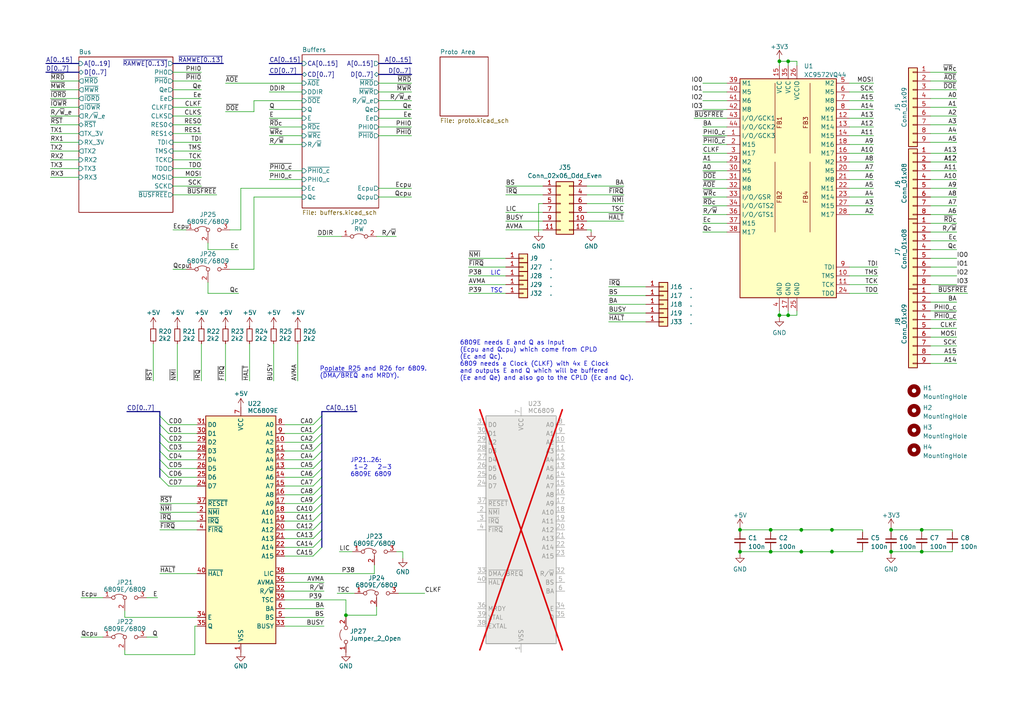
<source format=kicad_sch>
(kicad_sch (version 20230121) (generator eeschema)
  (paper "A4")
  (title_block (title "Unicomp v2 - 6502 6802 Board") (date "2023-06-29") (rev "v2") (company "100% Offner") (comment 1 "v2: Initial"))
  (junction (at 232.41 160.02))
  (junction (at 258.445 153.67))
  (junction (at 226.06 17.78))
  (junction (at 223.52 153.67))
  (junction (at 241.3 160.02))
  (junction (at 241.3 153.67))
  (junction (at 214.63 153.67))
  (junction (at 267.335 153.67))
  (junction (at 223.52 160.02))
  (junction (at 228.6 91.44))
  (junction (at 232.41 153.67))
  (junction (at 100.33 178.435))
  (junction (at 214.63 160.02))
  (junction (at 258.445 160.02))
  (junction (at 226.06 91.44))
  (junction (at 228.6 17.78))
  (junction (at 267.335 160.02))
  (bus_entry (at 93.345 123.19) (size -2.54 2.54))
  (bus_entry (at 93.345 151.13) (size -2.54 2.54))
  (bus_entry (at 46.355 128.27) (size 2.54 2.54))
  (bus_entry (at 93.345 130.81) (size -2.54 2.54))
  (bus_entry (at 46.355 123.19) (size 2.54 2.54))
  (bus_entry (at 93.345 146.05) (size -2.54 2.54))
  (bus_entry (at 46.355 120.65) (size 2.54 2.54))
  (bus_entry (at 93.345 156.21) (size -2.54 2.54))
  (bus_entry (at 93.345 128.27) (size -2.54 2.54))
  (bus_entry (at 93.345 153.67) (size -2.54 2.54))
  (bus_entry (at 46.355 138.43) (size 2.54 2.54))
  (bus_entry (at 93.345 143.51) (size -2.54 2.54))
  (bus_entry (at 93.345 120.65) (size -2.54 2.54))
  (bus_entry (at 93.345 138.43) (size -2.54 2.54))
  (bus_entry (at 46.355 130.81) (size 2.54 2.54))
  (bus_entry (at 46.355 135.89) (size 2.54 2.54))
  (bus_entry (at 93.345 125.73) (size -2.54 2.54))
  (bus_entry (at 93.345 133.35) (size -2.54 2.54))
  (bus_entry (at 46.355 133.35) (size 2.54 2.54))
  (bus_entry (at 93.345 148.59) (size -2.54 2.54))
  (bus_entry (at 93.345 140.97) (size -2.54 2.54))
  (bus_entry (at 93.345 135.89) (size -2.54 2.54))
  (bus_entry (at 46.355 125.73) (size 2.54 2.54))
  (bus_entry (at 93.345 158.75) (size -2.54 2.54))
  (bus (pts (xy 46.355 128.27) (xy 46.355 130.81)))
  (wire (pts (xy 269.875 41.275) (xy 277.495 41.275)))
  (wire (pts (xy 97.79 172.085) (xy 102.87 172.085)))
  (wire (pts (xy 241.3 159.385) (xy 241.3 160.02)))
  (wire (pts (xy 250.19 159.385) (xy 250.19 160.02)))
  (wire (pts (xy 60.325 70.485) (xy 60.325 72.39)))
  (wire (pts (xy 109.855 57.15) (xy 119.38 57.15)))
  (wire (pts (xy 203.835 24.13) (xy 210.82 24.13)))
  (wire (pts (xy 223.52 153.67) (xy 223.52 154.305)))
  (wire (pts (xy 82.55 179.07) (xy 93.98 179.07)))
  (wire (pts (xy 14.605 31.115) (xy 22.86 31.115)))
  (wire (pts (xy 269.875 69.85) (xy 277.495 69.85)))
  (wire (pts (xy 73.66 78.105) (xy 73.66 57.15)))
  (wire (pts (xy 46.355 151.13) (xy 57.15 151.13)))
  (bus (pts (xy 93.345 158.75) (xy 93.345 156.21)))
  (wire (pts (xy 246.38 26.67) (xy 253.365 26.67)))
  (wire (pts (xy 57.15 128.27) (xy 48.895 128.27)))
  (wire (pts (xy 50.165 43.815) (xy 58.42 43.815)))
  (wire (pts (xy 57.15 140.97) (xy 48.895 140.97)))
  (bus (pts (xy 50.165 18.415) (xy 64.77 18.415)))
  (wire (pts (xy 46.355 146.05) (xy 57.15 146.05)))
  (wire (pts (xy 269.875 54.61) (xy 277.495 54.61)))
  (wire (pts (xy 269.875 49.53) (xy 277.495 49.53)))
  (wire (pts (xy 170.18 59.055) (xy 180.975 59.055)))
  (bus (pts (xy 109.855 21.59) (xy 119.38 21.59)))
  (wire (pts (xy 176.53 93.345) (xy 187.325 93.345)))
  (wire (pts (xy 72.39 110.49) (xy 72.39 99.695)))
  (wire (pts (xy 42.545 184.785) (xy 45.72 184.785)))
  (bus (pts (xy 93.345 135.89) (xy 93.345 133.35)))
  (bus (pts (xy 46.355 133.35) (xy 46.355 135.89)))
  (wire (pts (xy 109.855 26.67) (xy 119.38 26.67)))
  (wire (pts (xy 82.55 176.53) (xy 93.98 176.53)))
  (wire (pts (xy 65.405 32.385) (xy 73.66 32.385)))
  (wire (pts (xy 171.45 67.31) (xy 171.45 66.675)))
  (wire (pts (xy 73.66 57.15) (xy 87.63 57.15)))
  (wire (pts (xy 269.875 26.035) (xy 277.495 26.035)))
  (wire (pts (xy 201.295 34.29) (xy 210.82 34.29)))
  (wire (pts (xy 66.675 66.675) (xy 69.85 66.675)))
  (wire (pts (xy 100.33 178.435) (xy 109.22 178.435)))
  (wire (pts (xy 269.875 38.735) (xy 277.495 38.735)))
  (wire (pts (xy 57.15 133.35) (xy 48.895 133.35)))
  (wire (pts (xy 50.165 36.195) (xy 58.42 36.195)))
  (wire (pts (xy 100.33 178.435) (xy 100.33 179.07)))
  (wire (pts (xy 214.63 160.655) (xy 214.63 160.02)))
  (wire (pts (xy 82.55 156.21) (xy 90.805 156.21)))
  (bus (pts (xy 46.355 120.65) (xy 46.355 123.19)))
  (wire (pts (xy 203.835 39.37) (xy 210.82 39.37)))
  (wire (pts (xy 23.495 173.355) (xy 29.845 173.355)))
  (wire (pts (xy 214.63 160.02) (xy 223.52 160.02)))
  (wire (pts (xy 269.875 74.93) (xy 277.495 74.93)))
  (wire (pts (xy 203.835 26.67) (xy 210.82 26.67)))
  (wire (pts (xy 146.685 85.09) (xy 135.89 85.09)))
  (wire (pts (xy 82.55 158.75) (xy 90.805 158.75)))
  (wire (pts (xy 60.325 85.09) (xy 60.325 81.915)))
  (wire (pts (xy 65.405 24.13) (xy 87.63 24.13)))
  (bus (pts (xy 93.345 128.27) (xy 93.345 125.73)))
  (wire (pts (xy 109.855 39.37) (xy 119.38 39.37)))
  (wire (pts (xy 50.165 20.955) (xy 58.42 20.955)))
  (wire (pts (xy 267.335 160.02) (xy 276.225 160.02)))
  (bus (pts (xy 93.345 138.43) (xy 93.345 135.89)))
  (wire (pts (xy 226.06 17.78) (xy 226.06 19.05)))
  (bus (pts (xy 109.855 18.415) (xy 119.38 18.415)))
  (wire (pts (xy 50.165 28.575) (xy 58.42 28.575)))
  (wire (pts (xy 146.685 64.135) (xy 157.48 64.135)))
  (wire (pts (xy 78.105 41.91) (xy 87.63 41.91)))
  (wire (pts (xy 82.55 123.19) (xy 90.805 123.19)))
  (wire (pts (xy 109.855 24.13) (xy 119.38 24.13)))
  (wire (pts (xy 250.19 153.67) (xy 250.19 154.305)))
  (wire (pts (xy 57.15 138.43) (xy 48.895 138.43)))
  (wire (pts (xy 232.41 160.02) (xy 241.3 160.02)))
  (wire (pts (xy 228.6 17.78) (xy 228.6 19.05)))
  (wire (pts (xy 170.18 61.595) (xy 180.975 61.595)))
  (wire (pts (xy 203.835 36.83) (xy 210.82 36.83)))
  (wire (pts (xy 258.445 153.67) (xy 267.335 153.67)))
  (wire (pts (xy 78.105 49.53) (xy 87.63 49.53)))
  (wire (pts (xy 269.875 52.07) (xy 277.495 52.07)))
  (wire (pts (xy 14.605 46.355) (xy 22.86 46.355)))
  (wire (pts (xy 92.075 68.58) (xy 99.06 68.58)))
  (wire (pts (xy 78.105 36.83) (xy 87.63 36.83)))
  (wire (pts (xy 269.875 102.87) (xy 277.495 102.87)))
  (bus (pts (xy 93.345 119.38) (xy 103.505 119.38)))
  (wire (pts (xy 269.875 57.15) (xy 277.495 57.15)))
  (wire (pts (xy 203.835 54.61) (xy 210.82 54.61)))
  (wire (pts (xy 246.38 59.69) (xy 253.365 59.69)))
  (wire (pts (xy 226.06 17.145) (xy 226.06 17.78)))
  (wire (pts (xy 50.165 51.435) (xy 58.42 51.435)))
  (wire (pts (xy 258.445 153.035) (xy 258.445 153.67)))
  (bus (pts (xy 93.345 130.81) (xy 93.345 128.27)))
  (wire (pts (xy 108.585 166.37) (xy 108.585 163.83)))
  (wire (pts (xy 36.195 179.07) (xy 57.15 179.07)))
  (wire (pts (xy 246.38 24.13) (xy 253.365 24.13)))
  (wire (pts (xy 23.495 184.785) (xy 29.845 184.785)))
  (wire (pts (xy 57.15 125.73) (xy 48.895 125.73)))
  (wire (pts (xy 36.195 177.165) (xy 36.195 179.07)))
  (wire (pts (xy 269.875 62.23) (xy 277.495 62.23)))
  (wire (pts (xy 203.835 59.69) (xy 210.82 59.69)))
  (wire (pts (xy 269.875 82.55) (xy 277.495 82.55)))
  (wire (pts (xy 258.445 153.67) (xy 258.445 154.305)))
  (bus (pts (xy 93.345 143.51) (xy 93.345 140.97)))
  (wire (pts (xy 56.515 181.61) (xy 57.15 181.61)))
  (wire (pts (xy 203.835 52.07) (xy 210.82 52.07)))
  (wire (pts (xy 14.605 41.275) (xy 22.86 41.275)))
  (wire (pts (xy 226.06 17.78) (xy 228.6 17.78)))
  (wire (pts (xy 267.335 159.385) (xy 267.335 160.02)))
  (wire (pts (xy 79.375 110.49) (xy 79.375 99.695)))
  (wire (pts (xy 232.41 153.67) (xy 232.41 154.305)))
  (wire (pts (xy 78.105 34.29) (xy 87.63 34.29)))
  (wire (pts (xy 82.55 130.81) (xy 90.805 130.81)))
  (wire (pts (xy 14.605 51.435) (xy 22.86 51.435)))
  (wire (pts (xy 176.53 90.805) (xy 187.325 90.805)))
  (wire (pts (xy 269.875 20.955) (xy 277.495 20.955)))
  (wire (pts (xy 203.835 57.15) (xy 210.82 57.15)))
  (wire (pts (xy 269.875 77.47) (xy 277.495 77.47)))
  (wire (pts (xy 214.63 153.035) (xy 214.63 153.67)))
  (wire (pts (xy 232.41 153.67) (xy 241.3 153.67)))
  (wire (pts (xy 50.165 66.675) (xy 53.975 66.675)))
  (wire (pts (xy 57.15 135.89) (xy 48.895 135.89)))
  (bus (pts (xy 93.345 153.67) (xy 93.345 151.13)))
  (wire (pts (xy 146.685 77.47) (xy 135.89 77.47)))
  (wire (pts (xy 246.38 34.29) (xy 253.365 34.29)))
  (wire (pts (xy 231.14 91.44) (xy 231.14 90.17)))
  (wire (pts (xy 246.38 39.37) (xy 253.365 39.37)))
  (wire (pts (xy 223.52 153.67) (xy 232.41 153.67)))
  (wire (pts (xy 269.875 28.575) (xy 277.495 28.575)))
  (wire (pts (xy 14.605 33.655) (xy 22.86 33.655)))
  (wire (pts (xy 82.55 128.27) (xy 90.805 128.27)))
  (wire (pts (xy 46.355 148.59) (xy 57.15 148.59)))
  (bus (pts (xy 93.345 123.19) (xy 93.345 120.65)))
  (wire (pts (xy 50.165 26.035) (xy 58.42 26.035)))
  (wire (pts (xy 228.6 91.44) (xy 231.14 91.44)))
  (wire (pts (xy 176.53 83.185) (xy 187.325 83.185)))
  (bus (pts (xy 22.86 18.415) (xy 13.335 18.415)))
  (wire (pts (xy 42.545 173.355) (xy 45.72 173.355)))
  (wire (pts (xy 269.875 33.655) (xy 277.495 33.655)))
  (wire (pts (xy 228.6 17.78) (xy 231.14 17.78)))
  (wire (pts (xy 269.875 87.63) (xy 277.495 87.63)))
  (wire (pts (xy 146.685 80.01) (xy 135.89 80.01)))
  (bus (pts (xy 36.83 119.38) (xy 46.355 119.38)))
  (wire (pts (xy 246.38 77.47) (xy 254.635 77.47)))
  (wire (pts (xy 109.855 34.29) (xy 119.38 34.29)))
  (wire (pts (xy 246.38 62.23) (xy 253.365 62.23)))
  (wire (pts (xy 232.41 159.385) (xy 232.41 160.02)))
  (wire (pts (xy 82.55 133.35) (xy 90.805 133.35)))
  (wire (pts (xy 228.6 91.44) (xy 228.6 90.17)))
  (wire (pts (xy 50.165 48.895) (xy 58.42 48.895)))
  (wire (pts (xy 170.18 56.515) (xy 180.975 56.515)))
  (wire (pts (xy 73.66 29.21) (xy 87.63 29.21)))
  (wire (pts (xy 57.15 123.19) (xy 48.895 123.19)))
  (wire (pts (xy 146.685 56.515) (xy 157.48 56.515)))
  (wire (pts (xy 50.165 33.655) (xy 58.42 33.655)))
  (wire (pts (xy 246.38 36.83) (xy 253.365 36.83)))
  (wire (pts (xy 82.55 140.97) (xy 90.805 140.97)))
  (wire (pts (xy 82.55 143.51) (xy 90.805 143.51)))
  (wire (pts (xy 109.22 178.435) (xy 109.22 175.895)))
  (wire (pts (xy 269.875 80.01) (xy 277.495 80.01)))
  (wire (pts (xy 269.875 31.115) (xy 277.495 31.115)))
  (wire (pts (xy 203.835 46.99) (xy 210.82 46.99)))
  (wire (pts (xy 176.53 85.725) (xy 187.325 85.725)))
  (wire (pts (xy 78.105 52.07) (xy 87.63 52.07)))
  (wire (pts (xy 82.55 148.59) (xy 90.805 148.59)))
  (wire (pts (xy 14.605 36.195) (xy 22.86 36.195)))
  (bus (pts (xy 46.355 130.81) (xy 46.355 133.35)))
  (bus (pts (xy 87.63 18.415) (xy 78.105 18.415)))
  (wire (pts (xy 82.55 168.91) (xy 93.98 168.91)))
  (wire (pts (xy 146.685 61.595) (xy 157.48 61.595)))
  (wire (pts (xy 241.3 153.67) (xy 241.3 154.305)))
  (wire (pts (xy 66.675 78.105) (xy 73.66 78.105)))
  (wire (pts (xy 50.165 41.275) (xy 58.42 41.275)))
  (wire (pts (xy 269.875 92.71) (xy 277.495 92.71)))
  (wire (pts (xy 226.06 91.44) (xy 228.6 91.44)))
  (bus (pts (xy 93.345 133.35) (xy 93.345 130.81)))
  (wire (pts (xy 269.875 67.31) (xy 277.495 67.31)))
  (wire (pts (xy 269.875 90.17) (xy 277.495 90.17)))
  (wire (pts (xy 226.06 90.17) (xy 226.06 91.44)))
  (wire (pts (xy 269.875 97.79) (xy 277.495 97.79)))
  (wire (pts (xy 156.21 59.055) (xy 157.48 59.055)))
  (bus (pts (xy 93.345 140.97) (xy 93.345 138.43)))
  (wire (pts (xy 223.52 159.385) (xy 223.52 160.02)))
  (bus (pts (xy 93.345 125.73) (xy 93.345 123.19)))
  (wire (pts (xy 203.835 64.77) (xy 210.82 64.77)))
  (wire (pts (xy 50.165 53.975) (xy 58.42 53.975)))
  (wire (pts (xy 100.33 173.99) (xy 100.33 178.435)))
  (wire (pts (xy 203.835 49.53) (xy 210.82 49.53)))
  (wire (pts (xy 58.42 110.49) (xy 58.42 99.695)))
  (wire (pts (xy 203.835 29.21) (xy 210.82 29.21)))
  (bus (pts (xy 46.355 135.89) (xy 46.355 138.43)))
  (wire (pts (xy 14.605 28.575) (xy 22.86 28.575)))
  (wire (pts (xy 246.38 29.21) (xy 253.365 29.21)))
  (wire (pts (xy 78.105 39.37) (xy 87.63 39.37)))
  (wire (pts (xy 246.38 49.53) (xy 253.365 49.53)))
  (wire (pts (xy 50.165 56.515) (xy 62.865 56.515)))
  (bus (pts (xy 46.355 119.38) (xy 46.355 120.65)))
  (bus (pts (xy 93.345 146.05) (xy 93.345 143.51)))
  (wire (pts (xy 246.38 31.75) (xy 253.365 31.75)))
  (wire (pts (xy 82.55 161.29) (xy 90.805 161.29)))
  (wire (pts (xy 203.835 41.91) (xy 210.82 41.91)))
  (wire (pts (xy 82.55 138.43) (xy 90.805 138.43)))
  (wire (pts (xy 223.52 160.02) (xy 232.41 160.02)))
  (wire (pts (xy 50.165 78.105) (xy 53.975 78.105)))
  (wire (pts (xy 50.165 38.735) (xy 58.42 38.735)))
  (wire (pts (xy 246.38 41.91) (xy 253.365 41.91)))
  (wire (pts (xy 44.45 110.49) (xy 44.45 99.695)))
  (wire (pts (xy 14.605 43.815) (xy 22.86 43.815)))
  (wire (pts (xy 269.875 36.195) (xy 277.495 36.195)))
  (wire (pts (xy 231.14 17.78) (xy 231.14 19.05)))
  (wire (pts (xy 109.855 54.61) (xy 119.38 54.61)))
  (wire (pts (xy 51.435 110.49) (xy 51.435 99.695)))
  (wire (pts (xy 203.835 67.31) (xy 210.82 67.31)))
  (wire (pts (xy 146.685 53.975) (xy 157.48 53.975)))
  (wire (pts (xy 14.605 38.735) (xy 22.86 38.735)))
  (wire (pts (xy 82.55 151.13) (xy 90.805 151.13)))
  (wire (pts (xy 82.55 171.45) (xy 93.98 171.45)))
  (wire (pts (xy 214.63 153.67) (xy 214.63 154.305)))
  (wire (pts (xy 109.855 29.21) (xy 119.38 29.21)))
  (wire (pts (xy 276.225 159.385) (xy 276.225 160.02)))
  (wire (pts (xy 14.605 23.495) (xy 22.86 23.495)))
  (wire (pts (xy 203.835 44.45) (xy 210.82 44.45)))
  (wire (pts (xy 65.405 110.49) (xy 65.405 99.695)))
  (wire (pts (xy 14.605 26.035) (xy 22.86 26.035)))
  (bus (pts (xy 87.63 21.59) (xy 78.105 21.59)))
  (wire (pts (xy 69.85 66.675) (xy 69.85 54.61)))
  (wire (pts (xy 86.36 110.49) (xy 86.36 99.695)))
  (wire (pts (xy 46.355 153.67) (xy 57.15 153.67)))
  (wire (pts (xy 69.215 85.09) (xy 60.325 85.09)))
  (wire (pts (xy 226.06 91.44) (xy 226.06 92.075)))
  (bus (pts (xy 93.345 120.65) (xy 93.345 119.38)))
  (wire (pts (xy 82.55 166.37) (xy 108.585 166.37)))
  (wire (pts (xy 203.835 62.23) (xy 210.82 62.23)))
  (wire (pts (xy 269.875 59.69) (xy 277.495 59.69)))
  (wire (pts (xy 146.685 74.93) (xy 135.89 74.93)))
  (wire (pts (xy 56.515 189.865) (xy 56.515 181.61)))
  (wire (pts (xy 78.105 26.67) (xy 87.63 26.67)))
  (wire (pts (xy 258.445 160.02) (xy 267.335 160.02)))
  (bus (pts (xy 93.345 148.59) (xy 93.345 146.05)))
  (bus (pts (xy 93.345 151.13) (xy 93.345 148.59)))
  (wire (pts (xy 203.835 31.75) (xy 210.82 31.75)))
  (wire (pts (xy 156.21 59.055) (xy 156.21 67.31)))
  (wire (pts (xy 269.875 85.09) (xy 280.67 85.09)))
  (wire (pts (xy 246.38 52.07) (xy 253.365 52.07)))
  (wire (pts (xy 269.875 100.33) (xy 277.495 100.33)))
  (wire (pts (xy 246.38 44.45) (xy 253.365 44.45)))
  (wire (pts (xy 267.335 153.67) (xy 267.335 154.305)))
  (wire (pts (xy 60.325 72.39) (xy 69.215 72.39)))
  (wire (pts (xy 269.875 23.495) (xy 277.495 23.495)))
  (wire (pts (xy 114.935 160.02) (xy 116.84 160.02)))
  (wire (pts (xy 246.38 54.61) (xy 253.365 54.61)))
  (wire (pts (xy 36.195 189.865) (xy 56.515 189.865)))
  (wire (pts (xy 246.38 85.09) (xy 254.635 85.09)))
  (wire (pts (xy 98.425 160.02) (xy 102.235 160.02)))
  (wire (pts (xy 109.855 36.83) (xy 119.38 36.83)))
  (wire (pts (xy 269.875 46.99) (xy 277.495 46.99)))
  (wire (pts (xy 269.875 72.39) (xy 277.495 72.39)))
  (wire (pts (xy 50.165 23.495) (xy 58.42 23.495)))
  (wire (pts (xy 82.55 173.99) (xy 100.33 173.99)))
  (wire (pts (xy 269.875 95.25) (xy 277.495 95.25)))
  (wire (pts (xy 69.85 54.61) (xy 87.63 54.61)))
  (wire (pts (xy 82.55 146.05) (xy 90.805 146.05)))
  (wire (pts (xy 176.53 88.265) (xy 187.325 88.265)))
  (wire (pts (xy 82.55 125.73) (xy 90.805 125.73)))
  (bus (pts (xy 22.86 20.955) (xy 13.335 20.955)))
  (wire (pts (xy 109.855 31.75) (xy 119.38 31.75)))
  (wire (pts (xy 116.84 160.02) (xy 116.84 161.925)))
  (wire (pts (xy 241.3 160.02) (xy 250.19 160.02)))
  (wire (pts (xy 36.195 188.595) (xy 36.195 189.865)))
  (wire (pts (xy 157.48 66.675) (xy 146.685 66.675)))
  (wire (pts (xy 246.38 46.99) (xy 253.365 46.99)))
  (wire (pts (xy 269.875 64.77) (xy 277.495 64.77)))
  (wire (pts (xy 50.165 46.355) (xy 58.42 46.355)))
  (wire (pts (xy 170.18 64.135) (xy 180.975 64.135)))
  (wire (pts (xy 50.165 31.115) (xy 58.42 31.115)))
  (wire (pts (xy 180.975 53.975) (xy 170.18 53.975)))
  (wire (pts (xy 171.45 66.675) (xy 170.18 66.675)))
  (wire (pts (xy 214.63 160.02) (xy 214.63 159.385)))
  (wire (pts (xy 258.445 159.385) (xy 258.445 160.02)))
  (wire (pts (xy 109.22 68.58) (xy 114.935 68.58)))
  (wire (pts (xy 258.445 160.02) (xy 258.445 160.655)))
  (wire (pts (xy 73.66 32.385) (xy 73.66 29.21)))
  (wire (pts (xy 276.225 153.67) (xy 276.225 154.305)))
  (wire (pts (xy 214.63 153.67) (xy 223.52 153.67)))
  (wire (pts (xy 267.335 153.67) (xy 276.225 153.67)))
  (bus (pts (xy 46.355 123.19) (xy 46.355 125.73)))
  (bus (pts (xy 93.345 156.21) (xy 93.345 153.67)))
  (wire (pts (xy 246.38 80.01) (xy 254.635 80.01)))
  (wire (pts (xy 246.38 82.55) (xy 254.635 82.55)))
  (wire (pts (xy 14.605 48.895) (xy 22.86 48.895)))
  (wire (pts (xy 269.875 105.41) (xy 277.495 105.41)))
  (wire (pts (xy 46.355 166.37) (xy 57.15 166.37)))
  (wire (pts (xy 269.875 44.45) (xy 277.495 44.45)))
  (wire (pts (xy 57.15 130.81) (xy 48.895 130.81)))
  (wire (pts (xy 241.3 153.67) (xy 250.19 153.67)))
  (wire (pts (xy 82.55 181.61) (xy 93.98 181.61)))
  (wire (pts (xy 246.38 57.15) (xy 253.365 57.15)))
  (wire (pts (xy 82.55 135.89) (xy 90.805 135.89)))
  (wire (pts (xy 115.57 172.085) (xy 123.19 172.085)))
  (wire (pts (xy 146.685 82.55) (xy 135.89 82.55)))
  (wire (pts (xy 78.105 31.75) (xy 87.63 31.75)))
  (bus (pts (xy 46.355 125.73) (xy 46.355 128.27)))
  (wire (pts (xy 82.55 153.67) (xy 90.805 153.67)))
  (text "Poplate R25 and R26 for 6809.\n(~{DMA/BREQ} and MRDY)." (at 92.71 109.855 0) (effects (font (size 1.27 1.27)) (justify left bottom)))
  (text "LIC" (at 142.24 80.01 0) (effects (font (size 1.27 1.27)) (justify left bottom)))
  (text "6809E needs E and Q as Input\n(Ecpu and Qcpu) which come from CPLD\n(Ec and Qc).\n6809 needs a Clock (CLKF) with 4x E Clock\nand outputs E and Q which will be buffered\n(Ee and Qe) and also go to the CPLD (Ec and Qc)." (at 133.35 110.49 0) (effects (font (size 1.27 1.27)) (justify left bottom)))
  (text "TSC" (at 142.24 85.09 0) (effects (font (size 1.27 1.27)) (justify left bottom)))
  (text "JP21..26:\n 1-2   2-3\n6809E 6809" (at 101.6 138.43 0) (effects (font (size 1.27 1.27)) (justify left bottom)))
  (label "CD3" (at 48.895 130.81 0))
  (label "CA7" (at 90.805 140.97 180))
  (label "~{IOWR}" (at 14.605 31.115 0))
  (label "~{PHI0}" (at 119.38 39.37 180))
  (label "TSC" (at 97.79 172.085 0))
  (label "A9" (at 253.365 41.91 180))
  (label "A5" (at 253.365 54.61 180))
  (label "A14" (at 277.495 105.41 180))
  (label "~{DOE}" (at 203.835 52.07 0))
  (label "Qcpu" (at 50.165 78.105 0))
  (label "CA14" (at 90.805 158.75 180))
  (label "CA11" (at 90.805 151.13 180))
  (label "~{WR}c" (at 203.835 57.15 0))
  (label "E" (at 78.105 34.29 0))
  (label "~{IRQ}" (at 176.53 83.185 0))
  (label "BS" (at 93.98 179.07 180))
  (label "~{NMI}" (at 135.89 74.93 0))
  (label "Ee" (at 58.42 28.575 180))
  (label "PHI0_c" (at 277.495 90.17 180))
  (label "AVMA" (at 146.685 66.675 0))
  (label "A1" (at 277.495 31.115 180))
  (label "R{slash}~{W}" (at 203.835 62.23 0))
  (label "TCK" (at 254.635 82.55 180))
  (label "A11" (at 253.365 39.37 180))
  (label "~{MWR}" (at 119.38 26.67 180))
  (label "~{FIRQ}" (at 46.355 153.67 0))
  (label "Ecpu" (at 119.38 54.61 180))
  (label "BA" (at 93.98 176.53 180))
  (label "~{DOE}" (at 277.495 26.035 180))
  (label "~{PHI0_c}" (at 277.495 92.71 180))
  (label "BA" (at 277.495 87.63 180))
  (label "Qcpu" (at 23.495 184.785 0))
  (label "TX2" (at 14.605 43.815 0))
  (label "A10" (at 253.365 44.45 180))
  (label "CA5" (at 90.805 135.89 180))
  (label "TX3" (at 14.605 48.895 0))
  (label "~{HALT}" (at 180.975 64.135 180))
  (label "~{HALT}" (at 176.53 93.345 0))
  (label "CLKS" (at 58.42 33.655 180))
  (label "A13" (at 253.365 34.29 180))
  (label "SCK" (at 277.495 100.33 180))
  (label "SCK" (at 58.42 53.975 180))
  (label "~{RST}" (at 44.45 110.49 90))
  (label "TDO" (at 254.635 85.09 180))
  (label "CA3" (at 90.805 130.81 180))
  (label "R{slash}~{W}" (at 78.105 41.91 0))
  (label "PHI0_c" (at 78.105 52.07 0))
  (label "A5" (at 277.495 41.275 180))
  (label "A0" (at 203.835 49.53 0))
  (label "P38" (at 135.89 80.01 0))
  (label "~{IRQ}" (at 58.42 110.49 90))
  (label "BUSY" (at 146.685 64.135 0))
  (label "A12" (at 253.365 36.83 180))
  (label "R{slash}~{W}_e" (at 119.38 29.21 180))
  (label "~{WR}c" (at 277.495 20.955 180))
  (label "CA10" (at 90.805 148.59 180))
  (label "CD6" (at 48.895 138.43 0))
  (label "LIC" (at 146.685 61.595 0))
  (label "A10" (at 277.495 52.07 180))
  (label "Q" (at 78.105 31.75 0))
  (label "A15" (at 253.365 29.21 180))
  (label "BS" (at 176.53 85.725 0))
  (label "DDIR" (at 78.105 26.67 0))
  (label "~{BUSFREE}" (at 280.67 85.09 180))
  (label "~{FIRQ}" (at 135.89 77.47 0))
  (label "TDI" (at 58.42 41.275 180))
  (label "~{IRQ}" (at 46.355 151.13 0))
  (label "~{RST}" (at 14.605 36.195 0))
  (label "CA4" (at 90.805 133.35 180))
  (label "R{slash}~{W}_e" (at 14.605 33.655 0))
  (label "CLKF" (at 58.42 31.115 180))
  (label "CA15" (at 90.805 161.29 180))
  (label "AVMA" (at 86.36 110.49 90))
  (label "~{BUSFREE}" (at 62.865 56.515 180))
  (label "CA[0..15]" (at 103.505 119.38 180))
  (label "IO1" (at 203.835 26.67 180))
  (label "~{BUSFREE}" (at 201.295 34.29 0))
  (label "CLKF" (at 123.19 172.085 0))
  (label "SCK" (at 253.365 26.67 180))
  (label "~{IORD}" (at 14.605 28.575 0))
  (label "CA9" (at 90.805 146.05 180))
  (label "A9" (at 277.495 54.61 180))
  (label "~{RAMWE[0..13]}" (at 64.77 18.415 180))
  (label "~{MRD}" (at 119.38 24.13 180))
  (label "~{NMI}" (at 180.975 59.055 180))
  (label "A15" (at 277.495 102.87 180))
  (label "RX3" (at 14.605 51.435 0))
  (label "BS" (at 146.685 53.975 0))
  (label "CD4" (at 48.895 133.35 0))
  (label "RES1" (at 58.42 38.735 180))
  (label "IO3" (at 277.495 82.55 0))
  (label "CA2" (at 90.805 128.27 180))
  (label "A3" (at 253.365 59.69 180))
  (label "CLKF" (at 203.835 44.45 0))
  (label "DDIR" (at 92.075 68.58 0))
  (label "Qcpu" (at 119.38 57.15 180))
  (label "TDO" (at 58.42 48.895 180))
  (label "MOSI" (at 58.42 51.435 180))
  (label "PHI0_c" (at 203.835 39.37 0))
  (label "AVMA" (at 93.98 168.91 180))
  (label "~{RD}c" (at 78.105 36.83 0))
  (label "CA[0..15]" (at 78.105 18.415 0))
  (label "Ecpu" (at 50.165 66.675 0))
  (label "Ec" (at 277.495 69.85 180))
  (label "RES0" (at 58.42 36.195 180))
  (label "IO1" (at 277.495 77.47 0))
  (label "CA1" (at 90.805 125.73 180))
  (label "CD5" (at 48.895 135.89 0))
  (label "Q" (at 45.72 184.785 180))
  (label "IO3" (at 203.835 31.75 180))
  (label "PHI0" (at 119.38 36.83 180))
  (label "CD7" (at 48.895 140.97 0))
  (label "~{DOE}" (at 65.405 32.385 0))
  (label "CD[0..7]" (at 78.105 21.59 0))
  (label "IO0" (at 203.835 24.13 180))
  (label "PHI0" (at 58.42 20.955 180))
  (label "TMS" (at 58.42 43.815 180))
  (label "MOSI" (at 277.495 97.79 180))
  (label "CA0" (at 90.805 123.19 180))
  (label "D[0..7]" (at 13.335 20.955 0))
  (label "CA8" (at 90.805 143.51 180))
  (label "RX1" (at 14.605 41.275 0))
  (label "A13" (at 277.495 44.45 180))
  (label "A14" (at 253.365 31.75 180))
  (label "Ee" (at 119.38 34.29 180))
  (label "~{MWR}" (at 14.605 26.035 0))
  (label "RX2" (at 14.605 46.355 0))
  (label "TDI" (at 254.635 77.47 180))
  (label "CD1" (at 48.895 125.73 0))
  (label "R{slash}~{W}" (at 277.495 67.31 180))
  (label "A2" (at 253.365 62.23 180))
  (label "CD[0..7]" (at 36.83 119.38 0))
  (label "P39" (at 135.89 85.09 0))
  (label "TX1" (at 14.605 38.735 0))
  (label "CLKF" (at 277.495 95.25 180))
  (label "A8" (at 253.365 46.99 180))
  (label "A0" (at 277.495 28.575 180))
  (label "~{RD}c" (at 277.495 64.77 180))
  (label "A12" (at 277.495 46.99 180))
  (label "Ec" (at 69.215 72.39 180))
  (label "Ec" (at 203.835 64.77 0))
  (label "A8" (at 277.495 57.15 180))
  (label "TSC" (at 180.975 61.595 180))
  (label "~{NMI}" (at 51.435 110.49 90))
  (label "IO0" (at 277.495 74.93 0))
  (label "IO2" (at 203.835 29.21 180))
  (label "~{HALT}" (at 46.355 166.37 0))
  (label "R{slash}~{W}" (at 114.935 68.58 180))
  (label "A6" (at 253.365 52.07 180))
  (label "~{NMI}" (at 46.355 148.59 0))
  (label "A6" (at 277.495 62.23 180))
  (label "Qe" (at 119.38 31.75 180))
  (label "BA" (at 176.53 88.265 0))
  (label "R{slash}~{W}" (at 93.98 171.45 180))
  (label "TMS" (at 254.635 80.01 180))
  (label "~{PHI0_c}" (at 203.835 41.91 0))
  (label "LIC" (at 98.425 160.02 0))
  (label "P38" (at 99.06 166.37 0))
  (label "P39" (at 89.535 173.99 0))
  (label "CA12" (at 90.805 153.67 180))
  (label "~{FIRQ}" (at 65.405 110.49 90))
  (label "~{FIRQ}" (at 180.975 56.515 180))
  (label "A[0..15]" (at 13.335 18.415 0))
  (label "CA6" (at 90.805 138.43 180))
  (label "A12" (at 277.495 46.99 180))
  (label "~{AOE}" (at 203.835 54.61 0))
  (label "~{PHI0_c}" (at 78.105 49.53 0))
  (label "~{MRD}" (at 14.605 23.495 0))
  (label "Qc" (at 277.495 72.39 180))
  (label "BA" (at 203.835 36.83 0))
  (label "~{AOE}" (at 277.495 23.495 180))
  (label "~{RD}c" (at 203.835 59.69 0))
  (label "Ecpu" (at 23.495 173.355 0))
  (label "A4" (at 253.365 57.15 180))
  (label "BUSY" (at 93.98 181.61 180))
  (label "BA" (at 180.975 53.975 180))
  (label "A4" (at 277.495 38.735 180))
  (label "A11" (at 277.495 49.53 180))
  (label "~{AOE}" (at 65.405 24.13 0))
  (label "A3" (at 277.495 36.195 180))
  (label "BUSY" (at 79.375 110.49 90))
  (label "BUSY" (at 176.53 90.805 0))
  (label "Qc" (at 203.835 67.31 0))
  (label "A7" (at 277.495 59.69 180))
  (label "CA13" (at 90.805 156.21 180))
  (label "IO2" (at 277.495 80.01 0))
  (label "~{IRQ}" (at 146.685 56.515 0))
  (label "CD0" (at 48.895 123.19 0))
  (label "CD2" (at 48.895 128.27 0))
  (label "MOSI" (at 253.365 24.13 180))
  (label "Qc" (at 69.215 85.09 180))
  (label "AVMA" (at 135.89 82.55 0))
  (label "D[0..7]" (at 119.38 21.59 180))
  (label "~{WR}c" (at 78.105 39.37 0))
  (label "A7" (at 253.365 49.53 180))
  (label "E" (at 45.72 173.355 180))
  (label "~{HALT}" (at 72.39 110.49 90))
  (label "TCK" (at 58.42 46.355 180))
  (label "A2" (at 277.495 33.655 180))
  (label "A[0..15]" (at 119.38 18.415 180))
  (label "~{RST}" (at 46.355 146.05 0))
  (label "A1" (at 203.835 46.99 0))
  (label "Qe" (at 58.42 26.035 180))
  (label "~{PHI0}" (at 58.42 23.495 180))
  (symbol (lib_name "+5V_2") (lib_id "power:+5V") (at 79.375 94.615 0) (unit 1)
    (property "Reference" "#PWR059" (effects hide))
    (property "Value" "+5V" (at 79.375 90.67 0))
  )
  (symbol (lib_name "+5V_2") (lib_id "power:+5V") (at 58.42 94.615 0) (unit 1)
    (property "Reference" "#PWR055" (effects hide))
    (property "Value" "+5V" (at 58.42 90.67 0))
  )
  (symbol (lib_id "Jumper:Jumper_3_Bridged12") (at 36.195 184.785 0) (unit 1)
    (property "Reference" "JP22" (at 36.195 180.3408 0))
    (property "Value" "6809E/6809" (at 36.195 182.3888 0))
    (property "Footprint" "Jumper:SolderJumper-3_P1.3mm_Bridged12_RoundedPad1.0x1.5mm_NumberLabels" (effects hide))
  )
  (symbol (lib_name "GND_1") (lib_id "power:GND") (at 100.33 189.23 0) (unit 1)
    (property "Reference" "#PWR061" (effects hide))
    (property "Value" "GND" (at 100.33 193.175 0))
  )
  (symbol (lib_id "Device:C_Small") (at 223.52 156.845 0) (unit 1)
    (property "Reference" "C2" (at 225.8441 156.0166 0) (effects (justify left)))
    (property "Value" "100n" (at 225.8441 158.5535 0) (effects (justify left)))
    (property "Footprint" "Capacitor_SMD:C_1206_3216Metric" (effects hide))
  )
  (symbol (lib_id "Device:R_Small") (at 44.45 97.155 0) (unit 1)
    (property "Reference" "R20" (at 45.9486 96.131 0) (effects (justify left)))
    (property "Value" "2k2" (at 45.9486 98.179 0) (effects (justify left)))
    (property "Footprint" "Resistor_SMD:R_1206_3216Metric_Pad1.30x1.75mm_HandSolder" (effects hide))
  )
  (symbol (lib_id "Jumper:Jumper_3_Bridged12") (at 60.325 66.675 0) (unit 1)
    (property "Reference" "JP25" (at 60.325 62.2308 0))
    (property "Value" "6809E/6809" (at 60.325 64.2788 0))
    (property "Footprint" "Jumper:SolderJumper-3_P1.3mm_Bridged12_RoundedPad1.0x1.5mm_NumberLabels" (effects hide))
  )
  (symbol (lib_id "Device:R_Small") (at 58.42 97.155 0) (unit 1)
    (property "Reference" "R22" (at 59.9186 96.131 0) (effects (justify left)))
    (property "Value" "2k2" (at 59.9186 98.179 0) (effects (justify left)))
    (property "Footprint" "Resistor_SMD:R_1206_3216Metric_Pad1.30x1.75mm_HandSolder" (effects hide))
  )
  (symbol (lib_name "GND_1") (lib_id "power:GND") (at 116.84 161.925 0) (unit 1)
    (property "Reference" "#PWR058" (effects hide))
    (property "Value" "GND" (at 116.84 165.87 0))
  )
  (symbol (lib_id "Mechanical:MountingHole") (at 265.1125 113.3475 0) (unit 1)
    (property "Reference" "H1" (at 267.6525 112.5128 0) (effects (justify left)))
    (property "Value" "MountingHole" (at 267.6525 115.0497 0) (effects (justify left)))
    (property "Footprint" "MountingHole:MountingHole_3.2mm_M3" (effects hide))
  )
  (symbol (lib_id "Device:C_Small") (at 276.225 156.845 0) (unit 1)
    (property "Reference" "C8" (at 278.5491 156.0166 0) (effects (justify left)))
    (property "Value" "100n" (at 278.5491 158.5535 0) (effects (justify left)))
    (property "Footprint" "Capacitor_SMD:C_1206_3216Metric" (effects hide))
  )
  (symbol (lib_id "Connector_Generic:Conn_01x01") (at 151.765 80.01 0) (unit 1)
    (property "Reference" "J28" (at 153.67 80.01 0) (effects (justify left)))
    (property "Value" "." (at 159.385 80.01 0) (effects (justify left)))
    (property "Footprint" "Connector_PinHeader_2.00mm:PinHeader_1x01_P2.00mm_Vertical" (effects hide))
  )
  (symbol (lib_id "Jumper:Jumper_3_Bridged12") (at 60.325 78.105 0) (unit 1)
    (property "Reference" "JP26" (at 60.325 73.6608 0))
    (property "Value" "6809E/6809" (at 60.325 75.7088 0))
    (property "Footprint" "Jumper:SolderJumper-3_P1.3mm_Bridged12_RoundedPad1.0x1.5mm_NumberLabels" (effects hide))
  )
  (symbol (lib_id "Device:R_Small") (at 86.36 97.155 0) (unit 1)
    (property "Reference" "R26" (at 87.8586 96.131 0) (effects (justify left)))
    (property "Value" "2k2" (at 87.8586 98.179 0) (effects (justify left)))
    (property "Footprint" "Resistor_SMD:R_1206_3216Metric_Pad1.30x1.75mm_HandSolder" (effects hide))
  )
  (symbol (lib_id "Jumper:Jumper_3_Bridged12") (at 109.22 172.085 0) (unit 1)
    (property "Reference" "JP24" (at 109.22 167.6408 0))
    (property "Value" "6809E/6809" (at 109.22 169.6888 0))
    (property "Footprint" "Jumper:SolderJumper-3_P1.3mm_Bridged12_RoundedPad1.0x1.5mm_NumberLabels" (effects hide))
  )
  (symbol (lib_id "Device:R_Small") (at 79.375 97.155 0) (unit 1)
    (property "Reference" "R25" (at 80.8736 96.131 0) (effects (justify left)))
    (property "Value" "2k2" (at 80.8736 98.179 0) (effects (justify left)))
    (property "Footprint" "Resistor_SMD:R_1206_3216Metric_Pad1.30x1.75mm_HandSolder" (effects hide))
  )
  (symbol (lib_id "Connector_Generic:Conn_01x01") (at 151.765 85.09 0) (unit 1)
    (property "Reference" "J32" (at 153.67 85.09 0) (effects (justify left)))
    (property "Value" "." (at 159.385 85.09 0) (effects (justify left)))
    (property "Footprint" "Connector_PinHeader_2.00mm:PinHeader_1x01_P2.00mm_Vertical" (effects hide))
  )
  (symbol (lib_id "Jumper:Jumper_2_Open") (at 100.33 184.15 90) (unit 1)
    (property "Reference" "JP27" (at 101.473 183.126 90) (effects (justify right)))
    (property "Value" "Jumper_2_Open" (at 101.473 185.174 90) (effects (justify right)))
    (property "Footprint" "Jumper:SolderJumper-2_P1.3mm_Open_RoundedPad1.0x1.5mm" (effects hide))
  )
  (symbol (lib_id "Connector_Generic:Conn_01x09") (at 264.795 31.115 0) (mirror y) (unit 1)
    (property "Reference" "J5" (at 260.35 31.115 90))
    (property "Value" "Conn_01x09" (at 262.2519 31.115 90))
    (property "Footprint" "Connector_PinHeader_2.54mm:PinHeader_1x09_P2.54mm_Vertical" (effects hide))
  )
  (symbol (lib_id "Device:C_Small") (at 267.335 156.845 0) (unit 1)
    (property "Reference" "C7" (at 269.6591 156.0166 0) (effects (justify left)))
    (property "Value" "100n" (at 269.6591 158.5535 0) (effects (justify left)))
    (property "Footprint" "Capacitor_SMD:C_1206_3216Metric" (effects hide))
  )
  (symbol (lib_id "power:GND") (at 214.63 160.655 0) (unit 1)
    (property "Reference" "#PWR05" (effects hide))
    (property "Value" "GND" (at 214.63 165.0984 0))
  )
  (symbol (lib_id "Mechanical:MountingHole") (at 265.1125 124.7775 0) (unit 1)
    (property "Reference" "H3" (at 267.6525 123.9428 0) (effects (justify left)))
    (property "Value" "MountingHole" (at 267.6525 126.4797 0) (effects (justify left)))
    (property "Footprint" "MountingHole:MountingHole_3.2mm_M3" (effects hide))
  )
  (symbol (lib_id "power:+3V3") (at 226.06 17.145 0) (unit 1)
    (property "Reference" "#PWR01" (effects hide))
    (property "Value" "+3V3" (at 226.06 13.5692 0))
  )
  (symbol (lib_name "+5V_1") (lib_id "power:+5V") (at 69.85 118.11 0) (unit 1)
    (property "Reference" "#PWR051" (effects hide))
    (property "Value" "+5V" (at 69.85 114.165 0))
  )
  (symbol (lib_id "Jumper:Jumper_3_Bridged12") (at 108.585 160.02 0) (unit 1)
    (property "Reference" "JP23" (at 108.585 155.5758 0))
    (property "Value" "6809E/6809" (at 108.585 157.6238 0))
    (property "Footprint" "Jumper:SolderJumper-3_P1.3mm_Bridged12_RoundedPad1.0x1.5mm_NumberLabels" (effects hide))
  )
  (symbol (lib_id "Connector_Generic:Conn_01x01") (at 192.405 93.345 0) (unit 1)
    (property "Reference" "J33" (at 194.31 93.345 0) (effects (justify left)))
    (property "Value" "." (at 200.025 93.345 0) (effects (justify left)))
    (property "Footprint" "Connector_PinHeader_2.00mm:PinHeader_1x01_P2.00mm_Vertical" (effects hide))
  )
  (symbol (lib_id "CPU_NXP_6800:MC6809E") (at 69.85 153.67 0) (unit 1)
    (property "Reference" "U22" (at 71.8059 117.07 0) (effects (justify left)))
    (property "Value" "MC6809E" (at 71.8059 119.118 0) (effects (justify left)))
    (property "Footprint" "Package_DIP:DIP-40_W15.24mm_LongPads" (effects hide))
    (property "Datasheet" "http://pdf.datasheetcatalog.com/datasheet/motorola/MC68B09S.pdf" (effects hide))
  )
  (symbol (lib_id "Connector_Generic:Conn_01x01") (at 151.765 77.47 0) (unit 1)
    (property "Reference" "J27" (at 153.67 77.47 0) (effects (justify left)))
    (property "Value" "." (at 159.385 77.47 0) (effects (justify left)))
    (property "Footprint" "Connector_PinHeader_2.00mm:PinHeader_1x01_P2.00mm_Vertical" (effects hide))
  )
  (symbol (lib_id "Connector_Generic:Conn_01x01") (at 151.765 74.93 0) (unit 1)
    (property "Reference" "J9" (at 153.67 74.93 0) (effects (justify left)))
    (property "Value" "." (at 159.385 74.93 0) (effects (justify left)))
    (property "Footprint" "Connector_PinHeader_2.00mm:PinHeader_1x01_P2.00mm_Vertical" (effects hide))
  )
  (symbol (lib_name "+5V_2") (lib_id "power:+5V") (at 65.405 94.615 0) (unit 1)
    (property "Reference" "#PWR056" (effects hide))
    (property "Value" "+5V" (at 65.405 90.67 0))
  )
  (symbol (lib_name "+5V_2") (lib_id "power:+5V") (at 72.39 94.615 0) (unit 1)
    (property "Reference" "#PWR057" (effects hide))
    (property "Value" "+5V" (at 72.39 90.67 0))
  )
  (symbol (lib_id "Device:R_Small") (at 51.435 97.155 0) (unit 1)
    (property "Reference" "R21" (at 52.9336 96.131 0) (effects (justify left)))
    (property "Value" "2k2" (at 52.9336 98.179 0) (effects (justify left)))
    (property "Footprint" "Resistor_SMD:R_1206_3216Metric_Pad1.30x1.75mm_HandSolder" (effects hide))
  )
  (symbol (lib_id "Mechanical:MountingHole") (at 265.1125 119.0625 0) (unit 1)
    (property "Reference" "H2" (at 267.6525 118.2278 0) (effects (justify left)))
    (property "Value" "MountingHole" (at 267.6525 120.7647 0) (effects (justify left)))
    (property "Footprint" "MountingHole:MountingHole_3.2mm_M3" (effects hide))
  )
  (symbol (lib_name "GND_2") (lib_id "power:GND") (at 156.21 67.31 0) (unit 1)
    (property "Reference" "#PWR018" (effects hide))
    (property "Value" "GND" (at 156.21 71.4431 0))
  )
  (symbol (lib_name "GND_2") (lib_id "power:GND") (at 171.45 67.31 0) (unit 1)
    (property "Reference" "#PWR043" (effects hide))
    (property "Value" "GND" (at 171.45 71.4431 0))
  )
  (symbol (lib_id "Connector_Generic:Conn_01x08") (at 264.795 72.39 0) (mirror y) (unit 1)
    (property "Reference" "J7" (at 260.35 74.295 90) (effects (justify left)))
    (property "Value" "Conn_01x08" (at 262.2519 78.105 90) (effects (justify left)))
    (property "Footprint" "Connector_PinHeader_2.54mm:PinHeader_1x08_P2.54mm_Vertical" (effects hide))
  )
  (symbol (lib_id "Connector_Generic:Conn_01x01") (at 151.765 82.55 0) (unit 1)
    (property "Reference" "J29" (at 153.67 82.55 0) (effects (justify left)))
    (property "Value" "." (at 159.385 82.55 0) (effects (justify left)))
    (property "Footprint" "Connector_PinHeader_2.00mm:PinHeader_1x01_P2.00mm_Vertical" (effects hide))
  )
  (symbol (lib_id "Jumper:Jumper_3_Bridged12") (at 36.195 173.355 0) (unit 1)
    (property "Reference" "JP21" (at 36.195 168.9108 0))
    (property "Value" "6809E/6809" (at 36.195 170.9588 0))
    (property "Footprint" "Jumper:SolderJumper-3_P1.3mm_Bridged12_RoundedPad1.0x1.5mm_NumberLabels" (effects hide))
  )
  (symbol (lib_name "+5V_2") (lib_id "power:+5V") (at 51.435 94.615 0) (unit 1)
    (property "Reference" "#PWR054" (effects hide))
    (property "Value" "+5V" (at 51.435 90.67 0))
  )
  (symbol (lib_id "Mechanical:MountingHole") (at 265.1125 130.4925 0) (unit 1)
    (property "Reference" "H4" (at 267.6525 129.6578 0) (effects (justify left)))
    (property "Value" "MountingHole" (at 267.6525 132.1947 0) (effects (justify left)))
    (property "Footprint" "MountingHole:MountingHole_3.2mm_M3" (effects hide))
  )
  (symbol (lib_id "CPU_NXP_6800:MC6809") (at 151.13 153.67 0) (unit 1) (in_bom no) (on_board no) (dnp yes)
    (property "Reference" "U23" (at 153.0859 117.07 0) (effects (justify left)))
    (property "Value" "MC6809" (at 153.0859 119.118 0) (effects (justify left)))
    (property "Footprint" "Package_DIP:DIP-40_W15.24mm" (effects hide))
    (property "Datasheet" "http://pdf.datasheetcatalog.com/datasheet/motorola/MC68B09S.pdf" (effects hide))
  )
  (symbol (lib_name "+5V_2") (lib_id "power:+5V") (at 86.36 94.615 0) (unit 1)
    (property "Reference" "#PWR060" (effects hide))
    (property "Value" "+5V" (at 86.36 90.67 0))
  )
  (symbol (lib_id "my_ics_new:XC9572VQ44") (at 228.6 52.07 0) (unit 1)
    (property "Reference" "U1" (at 233.1594 19.1602 0) (effects (justify left)))
    (property "Value" "XC9572VQ44" (at 233.1594 21.6971 0) (effects (justify left)))
    (property "Footprint" "Package_QFP:TQFP-44_10x10mm_P0.8mm" (effects hide))
  )
  (symbol (lib_id "power:GND") (at 258.445 160.655 0) (unit 1)
    (property "Reference" "#PWR06" (effects hide))
    (property "Value" "GND" (at 258.445 165.0984 0))
  )
  (symbol (lib_id "Connector_Generic:Conn_01x01") (at 192.405 83.185 0) (unit 1)
    (property "Reference" "J16" (at 194.31 83.185 0) (effects (justify left)))
    (property "Value" "." (at 200.025 83.185 0) (effects (justify left)))
    (property "Footprint" "Connector_PinHeader_2.00mm:PinHeader_1x01_P2.00mm_Vertical" (effects hide))
  )
  (symbol (lib_id "power:+3V3") (at 258.445 153.035 0) (unit 1)
    (property "Reference" "#PWR04" (effects hide))
    (property "Value" "+3V3" (at 258.445 149.4592 0))
  )
  (symbol (lib_id "Connector_Generic:Conn_01x01") (at 192.405 88.265 0) (unit 1)
    (property "Reference" "J18" (at 194.31 88.265 0) (effects (justify left)))
    (property "Value" "." (at 200.025 88.265 0) (effects (justify left)))
    (property "Footprint" "Connector_PinHeader_2.00mm:PinHeader_1x01_P2.00mm_Vertical" (effects hide))
  )
  (symbol (lib_id "Device:C_Small") (at 250.19 156.845 0) (unit 1)
    (property "Reference" "C5" (at 252.5141 156.0166 0) (effects (justify left)))
    (property "Value" "100n" (at 252.5141 158.5535 0) (effects (justify left)))
    (property "Footprint" "Capacitor_SMD:C_1206_3216Metric" (effects hide))
  )
  (symbol (lib_id "Device:C_Small") (at 214.63 156.845 0) (unit 1)
    (property "Reference" "C1" (at 216.9541 156.0166 0) (effects (justify left)))
    (property "Value" "100n" (at 216.9541 158.5535 0) (effects (justify left)))
    (property "Footprint" "Capacitor_SMD:C_1206_3216Metric" (effects hide))
  )
  (symbol (lib_id "Device:R_Small") (at 65.405 97.155 0) (unit 1)
    (property "Reference" "R23" (at 66.9036 96.131 0) (effects (justify left)))
    (property "Value" "2k2" (at 66.9036 98.179 0) (effects (justify left)))
    (property "Footprint" "Resistor_SMD:R_1206_3216Metric_Pad1.30x1.75mm_HandSolder" (effects hide))
  )
  (symbol (lib_id "Connector_Generic:Conn_01x01") (at 192.405 90.805 0) (unit 1)
    (property "Reference" "J19" (at 194.31 90.805 0) (effects (justify left)))
    (property "Value" "." (at 200.025 90.805 0) (effects (justify left)))
    (property "Footprint" "Connector_PinHeader_2.00mm:PinHeader_1x01_P2.00mm_Vertical" (effects hide))
  )
  (symbol (lib_id "Jumper:Jumper_2_Bridged") (at 104.14 68.58 0) (unit 1)
    (property "Reference" "JP20" (at 104.14 64.365 0))
    (property "Value" "RW" (at 104.14 66.413 0))
    (property "Footprint" "Jumper:SolderJumper-2_P1.3mm_Bridged_RoundedPad1.0x1.5mm" (effects hide))
  )
  (symbol (lib_id "Connector_Generic:Conn_02x06_Odd_Even") (at 162.56 59.055 0) (unit 1)
    (property "Reference" "J35" (at 163.83 48.5607 0))
    (property "Value" "Conn_02x06_Odd_Even" (at 163.83 50.9849 0))
    (property "Footprint" "Connector_PinHeader_2.54mm:PinHeader_2x06_P2.54mm_Horizontal" (effects hide))
  )
  (symbol (lib_id "Device:R_Small") (at 72.39 97.155 0) (unit 1)
    (property "Reference" "R24" (at 73.8886 96.131 0) (effects (justify left)))
    (property "Value" "2k2" (at 73.8886 98.179 0) (effects (justify left)))
    (property "Footprint" "Resistor_SMD:R_1206_3216Metric_Pad1.30x1.75mm_HandSolder" (effects hide))
  )
  (symbol (lib_name "GND_1") (lib_id "power:GND") (at 69.85 189.23 0) (unit 1)
    (property "Reference" "#PWR052" (effects hide))
    (property "Value" "GND" (at 69.85 193.175 0))
  )
  (symbol (lib_id "Device:C_Small") (at 258.445 156.845 0) (unit 1)
    (property "Reference" "C6" (at 260.7691 156.0166 0) (effects (justify left)))
    (property "Value" "100n" (at 260.7691 158.5535 0) (effects (justify left)))
    (property "Footprint" "Capacitor_SMD:C_1206_3216Metric" (effects hide))
  )
  (symbol (lib_id "power:+5V") (at 214.63 153.035 0) (unit 1)
    (property "Reference" "#PWR03" (effects hide))
    (property "Value" "+5V" (at 214.63 149.4592 0))
  )
  (symbol (lib_id "power:GND") (at 226.06 92.075 0) (unit 1)
    (property "Reference" "#PWR02" (effects hide))
    (property "Value" "GND" (at 226.06 96.5184 0))
  )
  (symbol (lib_name "+5V_2") (lib_id "power:+5V") (at 44.45 94.615 0) (unit 1)
    (property "Reference" "#PWR053" (effects hide))
    (property "Value" "+5V" (at 44.45 90.67 0))
  )
  (symbol (lib_id "Connector_Generic:Conn_01x09") (at 264.795 95.25 0) (mirror y) (unit 1)
    (property "Reference" "J8" (at 260.35 93.345 90))
    (property "Value" "Conn_01x09" (at 262.255 93.98 90))
    (property "Footprint" "Connector_PinHeader_2.54mm:PinHeader_1x09_P2.54mm_Vertical" (effects hide))
  )
  (symbol (lib_id "Connector_Generic:Conn_01x08") (at 264.795 52.07 0) (mirror y) (unit 1)
    (property "Reference" "J6" (at 260.35 54.61 90) (effects (justify left)))
    (property "Value" "Conn_01x08" (at 262.255 59.055 90) (effects (justify left)))
    (property "Footprint" "Connector_PinHeader_2.54mm:PinHeader_1x08_P2.54mm_Vertical" (effects hide))
  )
  (symbol (lib_id "Connector_Generic:Conn_01x01") (at 192.405 85.725 0) (unit 1)
    (property "Reference" "J17" (at 194.31 85.725 0) (effects (justify left)))
    (property "Value" "." (at 200.025 85.725 0) (effects (justify left)))
    (property "Footprint" "Connector_PinHeader_2.00mm:PinHeader_1x01_P2.00mm_Vertical" (effects hide))
  )
  (sheet (at 87.63 15.875) (size 22.225 44.45) (stroke (width 0.1524))
    (property "Sheetname" "Buffers" (at 87.63 15.1634 0) (effects (justify left bottom)))
    (property "Sheetfile" "buffers.kicad_sch" (at 87.63 60.9096 0) (effects (justify left top)))
    (pin "CD[0..7]" bidirectional (at 87.63 21.59 180))
    (pin "CA[0..15]" input (at 87.63 18.415 180))
    (pin "A[0..15]" output (at 109.855 18.415 0))
    (pin "D[0..7]" bidirectional (at 109.855 21.59 0))
    (pin "~{AOE}" input (at 87.63 24.13 180))
    (pin "DDIR" input (at 87.63 26.67 180))
    (pin "~{DOE}" input (at 87.63 29.21 180))
    (pin "~{MRD}" output (at 109.855 24.13 0))
    (pin "~{MWR}" output (at 109.855 26.67 0))
    (pin "R{slash}~{W}_e" output (at 109.855 29.21 0))
    (pin "~{RDc}" input (at 87.63 36.83 180))
    (pin "~{WRc}" input (at 87.63 39.37 180))
    (pin "R{slash}~{W}" input (at 87.63 41.91 180))
    (pin "~{PHI0_c}" input (at 87.63 49.53 180))
    (pin "PHI0_c" input (at 87.63 52.07 180))
    (pin "~{PHI0}" output (at 109.855 39.37 0))
    (pin "PHI0" output (at 109.855 36.83 0))
    (pin "Qe" output (at 109.855 31.75 0))
    (pin "Ee" output (at 109.855 34.29 0))
    (pin "E" input (at 87.63 34.29 180))
    (pin "Q" input (at 87.63 31.75 180))
    (pin "Ec" input (at 87.63 54.61 180))
    (pin "Qc" input (at 87.63 57.15 180))
    (pin "Ecpu" output (at 109.855 54.61 0))
    (pin "Qcpu" output (at 109.855 57.15 0))
  )
  (sheet (at 22.86 16.51) (size 27.305 45.085) (stroke (width 0.1524))
    (property "Sheetname" "Bus" (at 22.86 15.7984 0) (effects (justify left bottom)))
    (property "Sheetfile" "bus.kicad_sch" (effects hide))
    (pin "D[0..7]" bidirectional (at 22.86 20.955 180))
    (pin "TMS" input (at 50.165 43.815 0))
    (pin "TDO" output (at 50.165 48.895 0))
    (pin "TDI" input (at 50.165 41.275 0))
    (pin "RES0" bidirectional (at 50.165 36.195 0))
    (pin "TX3" input (at 22.86 48.895 180))
    (pin "TX2" output (at 22.86 43.815 180))
    (pin "RES1" bidirectional (at 50.165 38.735 0))
    (pin "RX2" input (at 22.86 46.355 180))
    (pin "RX3" input (at 22.86 51.435 180))
    (pin "TX_3V" output (at 22.86 38.735 180))
    (pin "RX_3V" input (at 22.86 41.275 180))
    (pin "TCK" output (at 50.165 46.355 0))
    (pin "MOSI" output (at 50.165 51.435 0))
    (pin "SCK" output (at 50.165 53.975 0))
    (pin "~{MRD}" output (at 22.86 23.495 180))
    (pin "~{IORD}" output (at 22.86 28.575 180))
    (pin "~{IOWR}" output (at 22.86 31.115 180))
    (pin "R{slash}~{W}_e" output (at 22.86 33.655 180))
    (pin "~{MWR}" output (at 22.86 26.035 180))
    (pin "~{RST}" bidirectional (at 22.86 36.195 180))
    (pin "CLKS" output (at 50.165 33.655 0))
    (pin "CLKF" output (at 50.165 31.115 0))
    (pin "Qe" output (at 50.165 26.035 0))
    (pin "Ee" output (at 50.165 28.575 0))
    (pin "PH0" output (at 50.165 20.955 0))
    (pin "~{PH0}" output (at 50.165 23.495 0))
    (pin "A[0..19]" input (at 22.86 18.415 180))
    (pin "~{BUSFREE}" output (at 50.165 56.515 0))
    (pin "~{RAMWE[0..13]}" output (at 50.165 18.415 0))
  )
  (sheet (at 127.635 16.51) (size 13.97 17.145) (stroke (width 0.1524))
    (property "Sheetname" "Proto Area" (at 127.635 15.7984 0) (effects (justify left bottom)))
    (property "Sheetfile" "proto.kicad_sch" (at 127.635 34.2396 0) (effects (justify left top)))
  )
)
</source>
